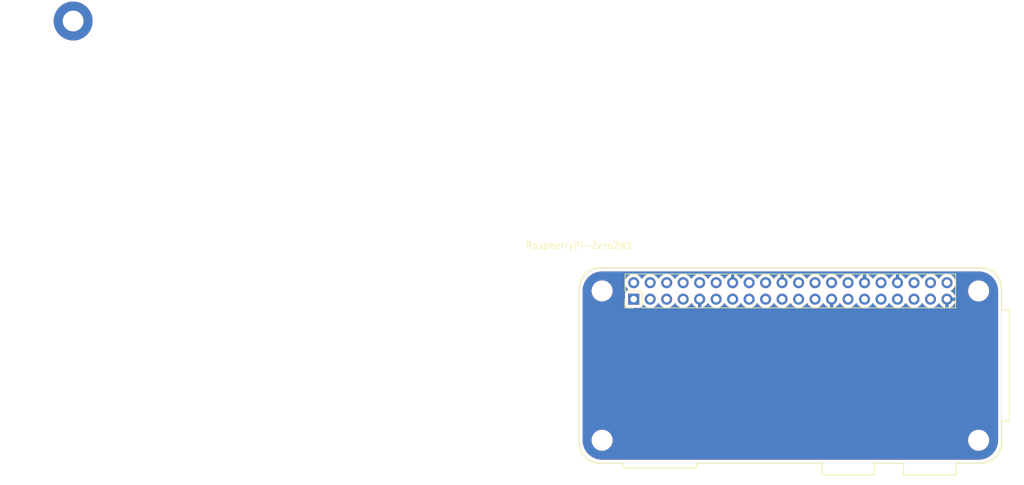
<source format=kicad_pcb>
(kicad_pcb (version 20240108) (generator "pcbnew") (generator_version "8.0")
  (layers (0 "F.Cu" signal) (31 "B.Cu" signal) (34 "B.Paste" user) (35 "F.Paste" user) (36 "B.SilkS" user "B.Silkscreen") (37 "F.SilkS" user "F.Silkscreen") (38 "B.Mask" user) (39 "F.Mask" user) (44 "Edge.Cuts" user))
  (net 0 "")
  (net 2 "GND")
  (footprint "PCM_SL_Mechanical:MountingHole_3.2mm_Pad" (layer "F.Cu") (at 82.6 97.1)
    (property "Reference" "H1" (hide yes))
    (property "Value" "MountingHole_M3_3.2mm_Pad")
    (pad "1" thru_hole circle (at 0 0) (size 6 6) (drill 3.2) (layers "*.Cu" "*.Mask"))
  )
  (footprint "Alexander Footprint Library:RaspberryPiZero2W" (layer "F.Cu") (at 160.575 135.175)
    (property "Reference" "RaspberryPi-Zero2W1" (at 0 -3.5 0) (layer "F.SilkS") (effects (font (thickness 0.1))))
    (property "Value" "~")
    (fp_line (start -0.06 3) (end -0.06 27) (stroke (width 0.12)) (layer "F.SilkS"))
    (fp_line (start 6.69 30.06) (end 3 30.06) (stroke (width 0.12)) (layer "F.SilkS"))
    (fp_line (start 6.69 30.76) (end 6.69 30.06) (stroke (width 0.12)) (layer "F.SilkS"))
    (fp_line (start 7.04 0.9) (end 7.04 3.5) (stroke (width 0.12)) (layer "F.SilkS"))
    (fp_line (start 7.04 0.9) (end 57.96 0.9) (stroke (width 0.12)) (layer "F.SilkS"))
    (fp_line (start 7.04 3.5) (end 9.64 3.5) (stroke (width 0.12)) (layer "F.SilkS"))
    (fp_line (start 7.04 4.77) (end 7.04 6.1) (stroke (width 0.12)) (layer "F.SilkS"))
    (fp_line (start 7.04 6.1) (end 8.37 6.1) (stroke (width 0.12)) (layer "F.SilkS"))
    (fp_line (start 9.64 3.5) (end 9.64 6.1) (stroke (width 0.12)) (layer "F.SilkS"))
    (fp_line (start 9.64 6.1) (end 57.96 6.1) (stroke (width 0.12)) (layer "F.SilkS"))
    (fp_line (start 18.11 30.06) (end 18.11 30.76) (stroke (width 0.12)) (layer "F.SilkS"))
    (fp_line (start 18.11 30.76) (end 6.69 30.76) (stroke (width 0.12)) (layer "F.SilkS"))
    (fp_line (start 37.34 30.06) (end 18.11 30.06) (stroke (width 0.12)) (layer "F.SilkS"))
    (fp_line (start 37.34 31.86) (end 37.34 30.06) (stroke (width 0.12)) (layer "F.SilkS"))
    (fp_line (start 45.46 30.06) (end 45.46 31.86) (stroke (width 0.12)) (layer "F.SilkS"))
    (fp_line (start 45.46 31.86) (end 37.34 31.86) (stroke (width 0.12)) (layer "F.SilkS"))
    (fp_line (start 49.94 30.06) (end 45.46 30.06) (stroke (width 0.12)) (layer "F.SilkS"))
    (fp_line (start 49.94 31.86) (end 49.94 30.06) (stroke (width 0.12)) (layer "F.SilkS"))
    (fp_line (start 57.96 0.9) (end 57.96 6.1) (stroke (width 0.12)) (layer "F.SilkS"))
    (fp_line (start 58.06 30.06) (end 58.06 31.86) (stroke (width 0.12)) (layer "F.SilkS"))
    (fp_line (start 58.06 31.86) (end 49.94 31.86) (stroke (width 0.12)) (layer "F.SilkS"))
    (fp_line (start 62 -0.06) (end 3 -0.06) (stroke (width 0.12)) (layer "F.SilkS"))
    (fp_line (start 62 30.06) (end 58.06 30.06) (stroke (width 0.12)) (layer "F.SilkS"))
    (fp_line (start 65.06 6.44) (end 65.06 3) (stroke (width 0.12)) (layer "F.SilkS"))
    (fp_line (start 65.06 6.44) (end 66.26 6.44) (stroke (width 0.12)) (layer "F.SilkS"))
    (fp_line (start 65.06 23.56) (end 65.06 27) (stroke (width 0.12)) (layer "F.SilkS"))
    (fp_line (start 66.26 6.44) (end 66.26 23.56) (stroke (width 0.12)) (layer "F.SilkS"))
    (fp_line (start 66.26 23.56) (end 65.06 23.56) (stroke (width 0.12)) (layer "F.SilkS"))
    (fp_arc (start -0.06 3) (mid 0.836253 0.836253) (end 3 -0.06) (stroke (width 0.12)) (layer "F.SilkS"))
    (fp_arc (start 3 30.06) (mid 0.836253 29.163747) (end -0.06 27) (stroke (width 0.12)) (layer "F.SilkS"))
    (fp_arc (start 62 -0.06) (mid 64.163747 0.836253) (end 65.06 3) (stroke (width 0.12)) (layer "F.SilkS"))
    (fp_arc (start 65.06 27) (mid 64.163747 29.163747) (end 62 30.06) (stroke (width 0.12)) (layer "F.SilkS"))
    (fp_line (start 0 26.5) (end 0 3.5) (stroke (width 0.05)) (layer "Edge.Cuts"))
    (fp_line (start 3.5 0) (end 61.5 0) (stroke (width 0.05)) (layer "Edge.Cuts"))
    (fp_line (start 61.5 30) (end 3.5 30) (stroke (width 0.05)) (layer "Edge.Cuts"))
    (fp_line (start 65 3.5) (end 65 26.5) (stroke (width 0.05)) (layer "Edge.Cuts"))
    (fp_arc (start 0 3.5) (mid 1.025126 1.025126) (end 3.5 0) (stroke (width 0.05)) (layer "Edge.Cuts"))
    (fp_arc (start 3.5 30) (mid 1.025126 28.974874) (end 0 26.5) (stroke (width 0.05)) (layer "Edge.Cuts"))
    (fp_arc (start 61.5 0) (mid 63.974874 1.025126) (end 65 3.5) (stroke (width 0.05)) (layer "Edge.Cuts"))
    (fp_arc (start 65 26.5) (mid 63.974874 28.974874) (end 61.5 30) (stroke (width 0.05)) (layer "Edge.Cuts"))
    (pad "" np_thru_hole circle (at 3.5 3.5) (size 2.75 2.75) (drill 2.75) (layers "*.Cu" "*.Mask"))
    (pad "" np_thru_hole circle (at 3.5 26.5) (size 2.75 2.75) (drill 2.75) (layers "*.Cu" "*.Mask"))
    (pad "" np_thru_hole circle (at 61.5 3.5) (size 2.75 2.75) (drill 2.75) (layers "*.Cu" "*.Mask"))
    (pad "" np_thru_hole circle (at 61.5 26.5) (size 2.75 2.75) (drill 2.75) (layers "*.Cu" "*.Mask"))
    (pad "1" thru_hole rect (at 8.37 4.77 90) (size 1.7 1.7) (drill 1) (layers "*.Cu" "*.Mask"))
    (pad "2" thru_hole oval (at 8.37 2.23 90) (size 1.7 1.7) (drill 1) (layers "*.Cu" "*.Mask"))
    (pad "3" thru_hole oval (at 10.91 4.77 90) (size 1.7 1.7) (drill 1) (layers "*.Cu" "*.Mask"))
    (pad "4" thru_hole oval (at 10.91 2.23 90) (size 1.7 1.7) (drill 1) (layers "*.Cu" "*.Mask"))
    (pad "5" thru_hole oval (at 13.45 4.77 90) (size 1.7 1.7) (drill 1) (layers "*.Cu" "*.Mask"))
    (pad "6" thru_hole oval (at 13.45 2.23 90) (size 1.7 1.7) (drill 1) (layers "*.Cu" "*.Mask"))
    (pad "7" thru_hole oval (at 15.99 4.77 90) (size 1.7 1.7) (drill 1) (layers "*.Cu" "*.Mask"))
    (pad "8" thru_hole oval (at 15.99 2.23 90) (size 1.7 1.7) (drill 1) (layers "*.Cu" "*.Mask"))
    (pad "9" thru_hole oval (at 18.53 4.77 90) (size 1.7 1.7) (drill 1) (layers "*.Cu" "*.Mask") (net 2 "GND"))
    (pad "10" thru_hole oval (at 18.53 2.23 90) (size 1.7 1.7) (drill 1) (layers "*.Cu" "*.Mask"))
    (pad "11" thru_hole oval (at 21.07 4.77 90) (size 1.7 1.7) (drill 1) (layers "*.Cu" "*.Mask"))
    (pad "12" thru_hole oval (at 21.07 2.23 90) (size 1.7 1.7) (drill 1) (layers "*.Cu" "*.Mask"))
    (pad "13" thru_hole oval (at 23.61 4.77 90) (size 1.7 1.7) (drill 1) (layers "*.Cu" "*.Mask"))
    (pad "14" thru_hole oval (at 23.61 2.23 90) (size 1.7 1.7) (drill 1) (layers "*.Cu" "*.Mask") (net 2 "GND"))
    (pad "15" thru_hole oval (at 26.15 4.77 90) (size 1.7 1.7) (drill 1) (layers "*.Cu" "*.Mask"))
    (pad "16" thru_hole oval (at 26.15 2.23 90) (size 1.7 1.7) (drill 1) (layers "*.Cu" "*.Mask"))
    (pad "17" thru_hole oval (at 28.69 4.77 90) (size 1.7 1.7) (drill 1) (layers "*.Cu" "*.Mask"))
    (pad "18" thru_hole oval (at 28.69 2.23 90) (size 1.7 1.7) (drill 1) (layers "*.Cu" "*.Mask"))
    (pad "19" thru_hole oval (at 31.23 4.77 90) (size 1.7 1.7) (drill 1) (layers "*.Cu" "*.Mask"))
    (pad "20" thru_hole oval (at 31.23 2.23 90) (size 1.7 1.7) (drill 1) (layers "*.Cu" "*.Mask") (net 2 "GND"))
    (pad "21" thru_hole oval (at 33.77 4.77 90) (size 1.7 1.7) (drill 1) (layers "*.Cu" "*.Mask"))
    (pad "22" thru_hole oval (at 33.77 2.23 90) (size 1.7 1.7) (drill 1) (layers "*.Cu" "*.Mask"))
    (pad "23" thru_hole oval (at 36.31 4.77 90) (size 1.7 1.7) (drill 1) (layers "*.Cu" "*.Mask"))
    (pad "24" thru_hole oval (at 36.31 2.23 90) (size 1.7 1.7) (drill 1) (layers "*.Cu" "*.Mask"))
    (pad "25" thru_hole oval (at 38.85 4.77 90) (size 1.7 1.7) (drill 1) (layers "*.Cu" "*.Mask") (net 2 "GND"))
    (pad "26" thru_hole oval (at 38.85 2.23 90) (size 1.7 1.7) (drill 1) (layers "*.Cu" "*.Mask"))
    (pad "27" thru_hole oval (at 41.39 4.77 90) (size 1.7 1.7) (drill 1) (layers "*.Cu" "*.Mask"))
    (pad "28" thru_hole oval (at 41.39 2.23 90) (size 1.7 1.7) (drill 1) (layers "*.Cu" "*.Mask"))
    (pad "29" thru_hole oval (at 43.93 4.77 90) (size 1.7 1.7) (drill 1) (layers "*.Cu" "*.Mask"))
    (pad "30" thru_hole oval (at 43.93 2.23 90) (size 1.7 1.7) (drill 1) (layers "*.Cu" "*.Mask") (net 2 "GND"))
    (pad "31" thru_hole oval (at 46.47 4.77 90) (size 1.7 1.7) (drill 1) (layers "*.Cu" "*.Mask"))
    (pad "32" thru_hole oval (at 46.47 2.23 90) (size 1.7 1.7) (drill 1) (layers "*.Cu" "*.Mask"))
    (pad "33" thru_hole oval (at 49.01 4.77 90) (size 1.7 1.7) (drill 1) (layers "*.Cu" "*.Mask"))
    (pad "34" thru_hole oval (at 49.01 2.23 90) (size 1.7 1.7) (drill 1) (layers "*.Cu" "*.Mask") (net 2 "GND"))
    (pad "35" thru_hole oval (at 51.55 4.77 90) (size 1.7 1.7) (drill 1) (layers "*.Cu" "*.Mask"))
    (pad "36" thru_hole oval (at 51.55 2.23 90) (size 1.7 1.7) (drill 1) (layers "*.Cu" "*.Mask"))
    (pad "37" thru_hole oval (at 54.09 4.77 90) (size 1.7 1.7) (drill 1) (layers "*.Cu" "*.Mask"))
    (pad "38" thru_hole oval (at 54.09 2.23 90) (size 1.7 1.7) (drill 1) (layers "*.Cu" "*.Mask"))
    (pad "39" thru_hole oval (at 56.63 4.77 90) (size 1.7 1.7) (drill 1) (layers "*.Cu" "*.Mask") (net 2 "GND"))
    (pad "40" thru_hole oval (at 56.63 2.23 90) (size 1.7 1.7) (drill 1) (layers "*.Cu" "*.Mask"))
  )
  (zone (net 2) (net_name "GND") (layer "F.Cu") (connect_pads (clearance 0.5)) (min_thickness 0.25) (fill yes (thermal_gap 0.5) (thermal_bridge_width 0.5))
    (polygon (pts (xy 159.675 134.475) (xy 227.975 134.475) (xy 227.975 168.475) (xy 158.875 168.475)))
  )
  (zone (net 2) (net_name "GND") (layer "B.Cu") (priority 1) (connect_pads (clearance 0.5)) (min_thickness 0.25) (fill yes (thermal_gap 0.5) (thermal_bridge_width 0.5))
    (polygon (pts (xy 159.175 134.775) (xy 229.075 134.875) (xy 229.075 168.475) (xy 158.675 168.575)))
  )
)
</source>
